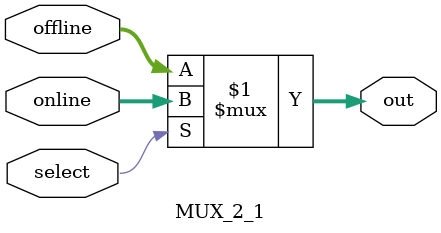
<source format=v>
`timescale 1ns / 1ps
module MUX_2_1(online, offline, select, out);
	input [31:0] offline, online;
	input select;
	output [31:0] out;
	assign out = (select)?online:offline;
endmodule

</source>
